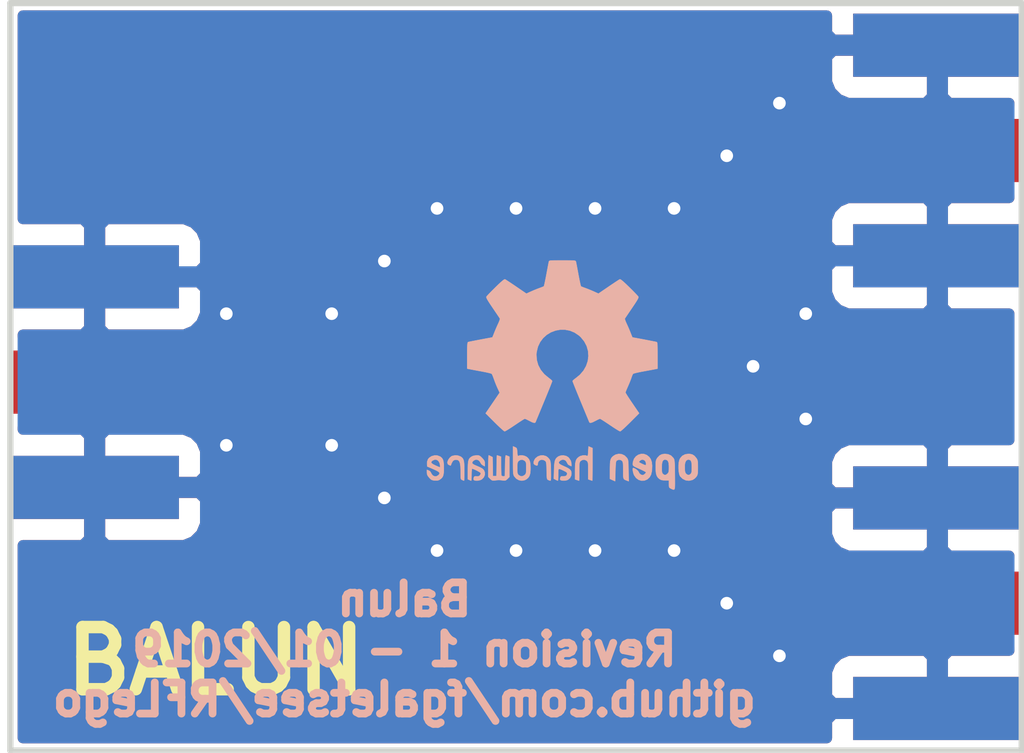
<source format=kicad_pcb>
(kicad_pcb (version 20171130) (host pcbnew "(5.0.1-3-g963ef8bb5)")

  (general
    (thickness 1.6)
    (drawings 6)
    (tracks 31)
    (zones 0)
    (modules 5)
    (nets 5)
  )

  (page A4)
  (layers
    (0 F.Cu signal)
    (31 B.Cu signal)
    (32 B.Adhes user)
    (33 F.Adhes user)
    (34 B.Paste user)
    (35 F.Paste user)
    (36 B.SilkS user)
    (37 F.SilkS user)
    (38 B.Mask user)
    (39 F.Mask user)
    (40 Dwgs.User user)
    (41 Cmts.User user)
    (42 Eco1.User user)
    (43 Eco2.User user)
    (44 Edge.Cuts user)
    (45 Margin user)
    (46 B.CrtYd user)
    (47 F.CrtYd user)
    (48 B.Fab user)
    (49 F.Fab user)
  )

  (setup
    (last_trace_width 0.2032)
    (user_trace_width 0.2032)
    (user_trace_width 0.4064)
    (user_trace_width 0.8128)
    (trace_clearance 0.2032)
    (zone_clearance 0.1)
    (zone_45_only no)
    (trace_min 0.2032)
    (segment_width 0.2)
    (edge_width 0.15)
    (via_size 0.6096)
    (via_drill 0.3048)
    (via_min_size 0.6096)
    (via_min_drill 0.3048)
    (uvia_size 0.3)
    (uvia_drill 0.1)
    (uvias_allowed no)
    (uvia_min_size 0.2)
    (uvia_min_drill 0.1)
    (pcb_text_width 0.3)
    (pcb_text_size 1.5 1.5)
    (mod_edge_width 0.15)
    (mod_text_size 1 1)
    (mod_text_width 0.15)
    (pad_size 1.524 1.524)
    (pad_drill 0.762)
    (pad_to_mask_clearance 0.051)
    (solder_mask_min_width 0.25)
    (aux_axis_origin 67.818 164.846)
    (grid_origin 67.818 164.846)
    (visible_elements FFFFFF7F)
    (pcbplotparams
      (layerselection 0x010fc_ffffffff)
      (usegerberextensions false)
      (usegerberattributes false)
      (usegerberadvancedattributes false)
      (creategerberjobfile false)
      (excludeedgelayer true)
      (linewidth 0.100000)
      (plotframeref false)
      (viasonmask false)
      (mode 1)
      (useauxorigin false)
      (hpglpennumber 1)
      (hpglpenspeed 20)
      (hpglpendiameter 15.000000)
      (psnegative false)
      (psa4output false)
      (plotreference true)
      (plotvalue true)
      (plotinvisibletext false)
      (padsonsilk false)
      (subtractmaskfromsilk false)
      (outputformat 1)
      (mirror false)
      (drillshape 1)
      (scaleselection 1)
      (outputdirectory ""))
  )

  (net 0 "")
  (net 1 "Net-(J1-Pad1)")
  (net 2 GND)
  (net 3 /out_N)
  (net 4 /out_Px)

  (net_class Default "This is the default net class."
    (clearance 0.2032)
    (trace_width 0.2032)
    (via_dia 0.6096)
    (via_drill 0.3048)
    (uvia_dia 0.3)
    (uvia_drill 0.1)
    (diff_pair_gap 0.2032)
    (diff_pair_width 0.2032)
    (add_net /out_N)
    (add_net /out_Px)
    (add_net GND)
    (add_net "Net-(J1-Pad1)")
  )

  (net_class 50Ohm ""
    (clearance 0.37)
    (trace_width 1.8)
    (via_dia 0.6096)
    (via_drill 0.3048)
    (uvia_dia 0.3)
    (uvia_drill 0.1)
    (diff_pair_gap 0.2032)
    (diff_pair_width 0.2032)
  )

  (module RFLego_Footprint:SMA_Edge (layer F.Cu) (tedit 5C45ED62) (tstamp 5C45EF67)
    (at 67.818 155.956)
    (path /5C45E675)
    (fp_text reference J1 (at 2.1336 4.6482) (layer F.SilkS) hide
      (effects (font (size 1 1) (thickness 0.15) italic))
    )
    (fp_text value SMA (at 1.27 6.35) (layer F.Fab) hide
      (effects (font (size 1 1) (thickness 0.15)))
    )
    (pad 1 smd rect (at 2.032 0) (size 4.064 1.524) (layers F.Cu F.Mask)
      (net 1 "Net-(J1-Pad1)"))
    (pad 2 smd rect (at 2.032 -2.54) (size 4.064 1.524) (layers F.Cu F.Mask)
      (net 2 GND))
    (pad 2 smd rect (at 2.032 2.54) (size 4.064 1.524) (layers B.Cu B.Mask)
      (net 2 GND))
    (pad 2 smd rect (at 2.032 -2.54) (size 4.064 1.524) (layers B.Cu B.Mask)
      (net 2 GND))
    (pad 2 smd rect (at 2.032 2.54) (size 4.064 1.524) (layers F.Cu F.Mask)
      (net 2 GND))
  )

  (module RFLego_Footprint:SMA_Edge (layer F.Cu) (tedit 5C45ED5B) (tstamp 5C45EF70)
    (at 88.138 150.368)
    (path /5C45E6B3)
    (fp_text reference J2 (at 2.1336 4.6482) (layer F.SilkS) hide
      (effects (font (size 1 1) (thickness 0.15)))
    )
    (fp_text value SMA (at 1.27 6.35) (layer F.Fab) hide
      (effects (font (size 1 1) (thickness 0.15)))
    )
    (pad 2 smd rect (at 2.032 2.54) (size 4.064 1.524) (layers F.Cu F.Mask)
      (net 2 GND))
    (pad 2 smd rect (at 2.032 -2.54) (size 4.064 1.524) (layers B.Cu B.Mask)
      (net 2 GND))
    (pad 2 smd rect (at 2.032 2.54) (size 4.064 1.524) (layers B.Cu B.Mask)
      (net 2 GND))
    (pad 2 smd rect (at 2.032 -2.54) (size 4.064 1.524) (layers F.Cu F.Mask)
      (net 2 GND))
    (pad 1 smd rect (at 2.032 0) (size 4.064 1.524) (layers F.Cu F.Mask)
      (net 4 /out_Px))
  )

  (module RFLego_Footprint:SMA_Edge (layer F.Cu) (tedit 5C45ED5F) (tstamp 5C45EF79)
    (at 88.138 161.29)
    (path /5C462377)
    (fp_text reference J3 (at 2.1336 4.6482) (layer F.SilkS) hide
      (effects (font (size 1 1) (thickness 0.15)))
    )
    (fp_text value SMA (at 1.27 6.35) (layer F.Fab) hide
      (effects (font (size 1 1) (thickness 0.15)))
    )
    (pad 1 smd rect (at 2.032 0) (size 4.064 1.524) (layers F.Cu F.Mask)
      (net 3 /out_N))
    (pad 2 smd rect (at 2.032 -2.54) (size 4.064 1.524) (layers F.Cu F.Mask)
      (net 2 GND))
    (pad 2 smd rect (at 2.032 2.54) (size 4.064 1.524) (layers B.Cu B.Mask)
      (net 2 GND))
    (pad 2 smd rect (at 2.032 -2.54) (size 4.064 1.524) (layers B.Cu B.Mask)
      (net 2 GND))
    (pad 2 smd rect (at 2.032 2.54) (size 4.064 1.524) (layers F.Cu F.Mask)
      (net 2 GND))
  )

  (module RFLego_Footprint:Coilcraft_WBC_HandSolder (layer F.Cu) (tedit 5C45ED6A) (tstamp 5C45EF83)
    (at 82.677 154.178 270)
    (path /5C4622DD)
    (fp_text reference U1 (at -1.778 1.651) (layer F.SilkS) hide
      (effects (font (size 1 1) (thickness 0.15) italic))
    )
    (fp_text value T (at -1.778 4.699 270) (layer F.Fab) hide
      (effects (font (size 1 1) (thickness 0.15)))
    )
    (pad 1 smd rect (at 0 -0.127 270) (size 0.762 1.524) (layers F.Cu F.Paste F.Mask)
      (net 4 /out_Px))
    (pad 2 smd rect (at 1.524 -0.127 270) (size 0.762 1.524) (layers F.Cu F.Paste F.Mask)
      (net 2 GND))
    (pad 3 smd rect (at 3.048 -0.127 270) (size 0.762 1.524) (layers F.Cu F.Paste F.Mask)
      (net 3 /out_N))
    (pad 4 smd rect (at 3.048 3.175 270) (size 0.762 1.524) (layers F.Cu F.Paste F.Mask)
      (net 2 GND))
    (pad 5 smd rect (at 1.524 3.175 270) (size 0.762 1.524) (layers F.Cu F.Paste F.Mask))
    (pad 6 smd rect (at 0 3.175 270) (size 0.762 1.524) (layers F.Cu F.Paste F.Mask)
      (net 1 "Net-(J1-Pad1)"))
  )

  (module Symbol:OSHW-Logo2_7.3x6mm_SilkScreen (layer B.Cu) (tedit 0) (tstamp 5C460DA2)
    (at 81.1276 155.7782 180)
    (descr "Open Source Hardware Symbol")
    (tags "Logo Symbol OSHW")
    (attr virtual)
    (fp_text reference REF** (at 0 0 180) (layer B.SilkS) hide
      (effects (font (size 1 1) (thickness 0.15)) (justify mirror))
    )
    (fp_text value OSHW-Logo2_7.3x6mm_SilkScreen (at 0.75 0 180) (layer B.Fab) hide
      (effects (font (size 1 1) (thickness 0.15)) (justify mirror))
    )
    (fp_poly (pts (xy 0.10391 2.757652) (xy 0.182454 2.757222) (xy 0.239298 2.756058) (xy 0.278105 2.753793)
      (xy 0.302538 2.75006) (xy 0.316262 2.744494) (xy 0.32294 2.736727) (xy 0.326236 2.726395)
      (xy 0.326556 2.725057) (xy 0.331562 2.700921) (xy 0.340829 2.653299) (xy 0.353392 2.587259)
      (xy 0.368287 2.507872) (xy 0.384551 2.420204) (xy 0.385119 2.417125) (xy 0.40141 2.331211)
      (xy 0.416652 2.255304) (xy 0.429861 2.193955) (xy 0.440054 2.151718) (xy 0.446248 2.133145)
      (xy 0.446543 2.132816) (xy 0.464788 2.123747) (xy 0.502405 2.108633) (xy 0.551271 2.090738)
      (xy 0.551543 2.090642) (xy 0.613093 2.067507) (xy 0.685657 2.038035) (xy 0.754057 2.008403)
      (xy 0.757294 2.006938) (xy 0.868702 1.956374) (xy 1.115399 2.12484) (xy 1.191077 2.176197)
      (xy 1.259631 2.222111) (xy 1.317088 2.25997) (xy 1.359476 2.287163) (xy 1.382825 2.301079)
      (xy 1.385042 2.302111) (xy 1.40201 2.297516) (xy 1.433701 2.275345) (xy 1.481352 2.234553)
      (xy 1.546198 2.174095) (xy 1.612397 2.109773) (xy 1.676214 2.046388) (xy 1.733329 1.988549)
      (xy 1.780305 1.939825) (xy 1.813703 1.90379) (xy 1.830085 1.884016) (xy 1.830694 1.882998)
      (xy 1.832505 1.869428) (xy 1.825683 1.847267) (xy 1.80854 1.813522) (xy 1.779393 1.7652)
      (xy 1.736555 1.699308) (xy 1.679448 1.614483) (xy 1.628766 1.539823) (xy 1.583461 1.47286)
      (xy 1.54615 1.417484) (xy 1.519452 1.37758) (xy 1.505985 1.357038) (xy 1.505137 1.355644)
      (xy 1.506781 1.335962) (xy 1.519245 1.297707) (xy 1.540048 1.248111) (xy 1.547462 1.232272)
      (xy 1.579814 1.16171) (xy 1.614328 1.081647) (xy 1.642365 1.012371) (xy 1.662568 0.960955)
      (xy 1.678615 0.921881) (xy 1.687888 0.901459) (xy 1.689041 0.899886) (xy 1.706096 0.897279)
      (xy 1.746298 0.890137) (xy 1.804302 0.879477) (xy 1.874763 0.866315) (xy 1.952335 0.851667)
      (xy 2.031672 0.836551) (xy 2.107431 0.821982) (xy 2.174264 0.808978) (xy 2.226828 0.798555)
      (xy 2.259776 0.79173) (xy 2.267857 0.789801) (xy 2.276205 0.785038) (xy 2.282506 0.774282)
      (xy 2.287045 0.753902) (xy 2.290104 0.720266) (xy 2.291967 0.669745) (xy 2.292918 0.598708)
      (xy 2.29324 0.503524) (xy 2.293257 0.464508) (xy 2.293257 0.147201) (xy 2.217057 0.132161)
      (xy 2.174663 0.124005) (xy 2.1114 0.112101) (xy 2.034962 0.097884) (xy 1.953043 0.08279)
      (xy 1.9304 0.078645) (xy 1.854806 0.063947) (xy 1.788953 0.049495) (xy 1.738366 0.036625)
      (xy 1.708574 0.026678) (xy 1.703612 0.023713) (xy 1.691426 0.002717) (xy 1.673953 -0.037967)
      (xy 1.654577 -0.090322) (xy 1.650734 -0.1016) (xy 1.625339 -0.171523) (xy 1.593817 -0.250418)
      (xy 1.562969 -0.321266) (xy 1.562817 -0.321595) (xy 1.511447 -0.432733) (xy 1.680399 -0.681253)
      (xy 1.849352 -0.929772) (xy 1.632429 -1.147058) (xy 1.566819 -1.211726) (xy 1.506979 -1.268733)
      (xy 1.456267 -1.315033) (xy 1.418046 -1.347584) (xy 1.395675 -1.363343) (xy 1.392466 -1.364343)
      (xy 1.373626 -1.356469) (xy 1.33518 -1.334578) (xy 1.28133 -1.301267) (xy 1.216276 -1.259131)
      (xy 1.14594 -1.211943) (xy 1.074555 -1.16381) (xy 1.010908 -1.121928) (xy 0.959041 -1.088871)
      (xy 0.922995 -1.067218) (xy 0.906867 -1.059543) (xy 0.887189 -1.066037) (xy 0.849875 -1.08315)
      (xy 0.802621 -1.107326) (xy 0.797612 -1.110013) (xy 0.733977 -1.141927) (xy 0.690341 -1.157579)
      (xy 0.663202 -1.157745) (xy 0.649057 -1.143204) (xy 0.648975 -1.143) (xy 0.641905 -1.125779)
      (xy 0.625042 -1.084899) (xy 0.599695 -1.023525) (xy 0.567171 -0.944819) (xy 0.528778 -0.851947)
      (xy 0.485822 -0.748072) (xy 0.444222 -0.647502) (xy 0.398504 -0.536516) (xy 0.356526 -0.433703)
      (xy 0.319548 -0.342215) (xy 0.288827 -0.265201) (xy 0.265622 -0.205815) (xy 0.25119 -0.167209)
      (xy 0.246743 -0.1528) (xy 0.257896 -0.136272) (xy 0.287069 -0.10993) (xy 0.325971 -0.080887)
      (xy 0.436757 0.010961) (xy 0.523351 0.116241) (xy 0.584716 0.232734) (xy 0.619815 0.358224)
      (xy 0.627608 0.490493) (xy 0.621943 0.551543) (xy 0.591078 0.678205) (xy 0.53792 0.790059)
      (xy 0.465767 0.885999) (xy 0.377917 0.964924) (xy 0.277665 1.02573) (xy 0.16831 1.067313)
      (xy 0.053147 1.088572) (xy -0.064525 1.088401) (xy -0.18141 1.065699) (xy -0.294211 1.019362)
      (xy -0.399631 0.948287) (xy -0.443632 0.908089) (xy -0.528021 0.804871) (xy -0.586778 0.692075)
      (xy -0.620296 0.57299) (xy -0.628965 0.450905) (xy -0.613177 0.329107) (xy -0.573322 0.210884)
      (xy -0.509793 0.099525) (xy -0.422979 -0.001684) (xy -0.325971 -0.080887) (xy -0.285563 -0.111162)
      (xy -0.257018 -0.137219) (xy -0.246743 -0.152825) (xy -0.252123 -0.169843) (xy -0.267425 -0.2105)
      (xy -0.291388 -0.271642) (xy -0.322756 -0.350119) (xy -0.360268 -0.44278) (xy -0.402667 -0.546472)
      (xy -0.444337 -0.647526) (xy -0.49031 -0.758607) (xy -0.532893 -0.861541) (xy -0.570779 -0.953165)
      (xy -0.60266 -1.030316) (xy -0.627229 -1.089831) (xy -0.64318 -1.128544) (xy -0.64909 -1.143)
      (xy -0.663052 -1.157685) (xy -0.69006 -1.157642) (xy -0.733587 -1.142099) (xy -0.79711 -1.110284)
      (xy -0.797612 -1.110013) (xy -0.84544 -1.085323) (xy -0.884103 -1.067338) (xy -0.905905 -1.059614)
      (xy -0.906867 -1.059543) (xy -0.923279 -1.067378) (xy -0.959513 -1.089165) (xy -1.011526 -1.122328)
      (xy -1.075275 -1.164291) (xy -1.14594 -1.211943) (xy -1.217884 -1.260191) (xy -1.282726 -1.302151)
      (xy -1.336265 -1.335227) (xy -1.374303 -1.356821) (xy -1.392467 -1.364343) (xy -1.409192 -1.354457)
      (xy -1.44282 -1.326826) (xy -1.48999 -1.284495) (xy -1.547342 -1.230505) (xy -1.611516 -1.167899)
      (xy -1.632503 -1.146983) (xy -1.849501 -0.929623) (xy -1.684332 -0.68722) (xy -1.634136 -0.612781)
      (xy -1.590081 -0.545972) (xy -1.554638 -0.490665) (xy -1.530281 -0.450729) (xy -1.519478 -0.430036)
      (xy -1.519162 -0.428563) (xy -1.524857 -0.409058) (xy -1.540174 -0.369822) (xy -1.562463 -0.31743)
      (xy -1.578107 -0.282355) (xy -1.607359 -0.215201) (xy -1.634906 -0.147358) (xy -1.656263 -0.090034)
      (xy -1.662065 -0.072572) (xy -1.678548 -0.025938) (xy -1.69466 0.010095) (xy -1.70351 0.023713)
      (xy -1.72304 0.032048) (xy -1.765666 0.043863) (xy -1.825855 0.057819) (xy -1.898078 0.072578)
      (xy -1.9304 0.078645) (xy -2.012478 0.093727) (xy -2.091205 0.108331) (xy -2.158891 0.12102)
      (xy -2.20784 0.130358) (xy -2.217057 0.132161) (xy -2.293257 0.147201) (xy -2.293257 0.464508)
      (xy -2.293086 0.568846) (xy -2.292384 0.647787) (xy -2.290866 0.704962) (xy -2.288251 0.744001)
      (xy -2.284254 0.768535) (xy -2.278591 0.782195) (xy -2.27098 0.788611) (xy -2.267857 0.789801)
      (xy -2.249022 0.79402) (xy -2.207412 0.802438) (xy -2.14837 0.814039) (xy -2.077243 0.827805)
      (xy -1.999375 0.84272) (xy -1.920113 0.857768) (xy -1.844802 0.871931) (xy -1.778787 0.884194)
      (xy -1.727413 0.893539) (xy -1.696025 0.89895) (xy -1.689041 0.899886) (xy -1.682715 0.912404)
      (xy -1.66871 0.945754) (xy -1.649645 0.993623) (xy -1.642366 1.012371) (xy -1.613004 1.084805)
      (xy -1.578429 1.16483) (xy -1.547463 1.232272) (xy -1.524677 1.283841) (xy -1.509518 1.326215)
      (xy -1.504458 1.352166) (xy -1.505264 1.355644) (xy -1.515959 1.372064) (xy -1.54038 1.408583)
      (xy -1.575905 1.461313) (xy -1.619913 1.526365) (xy -1.669783 1.599849) (xy -1.679644 1.614355)
      (xy -1.737508 1.700296) (xy -1.780044 1.765739) (xy -1.808946 1.813696) (xy -1.82591 1.84718)
      (xy -1.832633 1.869205) (xy -1.83081 1.882783) (xy -1.830764 1.882869) (xy -1.816414 1.900703)
      (xy -1.784677 1.935183) (xy -1.73899 1.982732) (xy -1.682796 2.039778) (xy -1.619532 2.102745)
      (xy -1.612398 2.109773) (xy -1.53267 2.18698) (xy -1.471143 2.24367) (xy -1.426579 2.28089)
      (xy -1.397743 2.299685) (xy -1.385042 2.302111) (xy -1.366506 2.291529) (xy -1.328039 2.267084)
      (xy -1.273614 2.231388) (xy -1.207202 2.187053) (xy -1.132775 2.136689) (xy -1.115399 2.12484)
      (xy -0.868703 1.956374) (xy -0.757294 2.006938) (xy -0.689543 2.036405) (xy -0.616817 2.066041)
      (xy -0.554297 2.08967) (xy -0.551543 2.090642) (xy -0.50264 2.108543) (xy -0.464943 2.12368)
      (xy -0.446575 2.13279) (xy -0.446544 2.132816) (xy -0.440715 2.149283) (xy -0.430808 2.189781)
      (xy -0.417805 2.249758) (xy -0.402691 2.32466) (xy -0.386448 2.409936) (xy -0.385119 2.417125)
      (xy -0.368825 2.504986) (xy -0.353867 2.58474) (xy -0.341209 2.651319) (xy -0.331814 2.699653)
      (xy -0.326646 2.724675) (xy -0.326556 2.725057) (xy -0.323411 2.735701) (xy -0.317296 2.743738)
      (xy -0.304547 2.749533) (xy -0.2815 2.753453) (xy -0.244491 2.755865) (xy -0.189856 2.757135)
      (xy -0.113933 2.757629) (xy -0.013056 2.757714) (xy 0 2.757714) (xy 0.10391 2.757652)) (layer B.SilkS) (width 0.01))
    (fp_poly (pts (xy 3.153595 -1.966966) (xy 3.211021 -2.004497) (xy 3.238719 -2.038096) (xy 3.260662 -2.099064)
      (xy 3.262405 -2.147308) (xy 3.258457 -2.211816) (xy 3.109686 -2.276934) (xy 3.037349 -2.310202)
      (xy 2.990084 -2.336964) (xy 2.965507 -2.360144) (xy 2.961237 -2.382667) (xy 2.974889 -2.407455)
      (xy 2.989943 -2.423886) (xy 3.033746 -2.450235) (xy 3.081389 -2.452081) (xy 3.125145 -2.431546)
      (xy 3.157289 -2.390752) (xy 3.163038 -2.376347) (xy 3.190576 -2.331356) (xy 3.222258 -2.312182)
      (xy 3.265714 -2.295779) (xy 3.265714 -2.357966) (xy 3.261872 -2.400283) (xy 3.246823 -2.435969)
      (xy 3.21528 -2.476943) (xy 3.210592 -2.482267) (xy 3.175506 -2.51872) (xy 3.145347 -2.538283)
      (xy 3.107615 -2.547283) (xy 3.076335 -2.55023) (xy 3.020385 -2.550965) (xy 2.980555 -2.54166)
      (xy 2.955708 -2.527846) (xy 2.916656 -2.497467) (xy 2.889625 -2.464613) (xy 2.872517 -2.423294)
      (xy 2.863238 -2.367521) (xy 2.859693 -2.291305) (xy 2.85941 -2.252622) (xy 2.860372 -2.206247)
      (xy 2.948007 -2.206247) (xy 2.949023 -2.231126) (xy 2.951556 -2.2352) (xy 2.968274 -2.229665)
      (xy 3.004249 -2.215017) (xy 3.052331 -2.19419) (xy 3.062386 -2.189714) (xy 3.123152 -2.158814)
      (xy 3.156632 -2.131657) (xy 3.16399 -2.10622) (xy 3.146391 -2.080481) (xy 3.131856 -2.069109)
      (xy 3.07941 -2.046364) (xy 3.030322 -2.050122) (xy 2.989227 -2.077884) (xy 2.960758 -2.127152)
      (xy 2.951631 -2.166257) (xy 2.948007 -2.206247) (xy 2.860372 -2.206247) (xy 2.861285 -2.162249)
      (xy 2.868196 -2.095384) (xy 2.881884 -2.046695) (xy 2.904096 -2.010849) (xy 2.936574 -1.982513)
      (xy 2.950733 -1.973355) (xy 3.015053 -1.949507) (xy 3.085473 -1.948006) (xy 3.153595 -1.966966)) (layer B.SilkS) (width 0.01))
    (fp_poly (pts (xy 2.6526 -1.958752) (xy 2.669948 -1.966334) (xy 2.711356 -1.999128) (xy 2.746765 -2.046547)
      (xy 2.768664 -2.097151) (xy 2.772229 -2.122098) (xy 2.760279 -2.156927) (xy 2.734067 -2.175357)
      (xy 2.705964 -2.186516) (xy 2.693095 -2.188572) (xy 2.686829 -2.173649) (xy 2.674456 -2.141175)
      (xy 2.669028 -2.126502) (xy 2.63859 -2.075744) (xy 2.59452 -2.050427) (xy 2.53801 -2.051206)
      (xy 2.533825 -2.052203) (xy 2.503655 -2.066507) (xy 2.481476 -2.094393) (xy 2.466327 -2.139287)
      (xy 2.45725 -2.204615) (xy 2.453286 -2.293804) (xy 2.452914 -2.341261) (xy 2.45273 -2.416071)
      (xy 2.451522 -2.467069) (xy 2.448309 -2.499471) (xy 2.442109 -2.518495) (xy 2.43194 -2.529356)
      (xy 2.416819 -2.537272) (xy 2.415946 -2.53767) (xy 2.386828 -2.549981) (xy 2.372403 -2.554514)
      (xy 2.370186 -2.540809) (xy 2.368289 -2.502925) (xy 2.366847 -2.445715) (xy 2.365998 -2.374027)
      (xy 2.365829 -2.321565) (xy 2.366692 -2.220047) (xy 2.37007 -2.143032) (xy 2.377142 -2.086023)
      (xy 2.389088 -2.044526) (xy 2.40709 -2.014043) (xy 2.432327 -1.99008) (xy 2.457247 -1.973355)
      (xy 2.517171 -1.951097) (xy 2.586911 -1.946076) (xy 2.6526 -1.958752)) (layer B.SilkS) (width 0.01))
    (fp_poly (pts (xy 2.144876 -1.956335) (xy 2.186667 -1.975344) (xy 2.219469 -1.998378) (xy 2.243503 -2.024133)
      (xy 2.260097 -2.057358) (xy 2.270577 -2.1028) (xy 2.276271 -2.165207) (xy 2.278507 -2.249327)
      (xy 2.278743 -2.304721) (xy 2.278743 -2.520826) (xy 2.241774 -2.53767) (xy 2.212656 -2.549981)
      (xy 2.198231 -2.554514) (xy 2.195472 -2.541025) (xy 2.193282 -2.504653) (xy 2.191942 -2.451542)
      (xy 2.191657 -2.409372) (xy 2.190434 -2.348447) (xy 2.187136 -2.300115) (xy 2.182321 -2.270518)
      (xy 2.178496 -2.264229) (xy 2.152783 -2.270652) (xy 2.112418 -2.287125) (xy 2.065679 -2.309458)
      (xy 2.020845 -2.333457) (xy 1.986193 -2.35493) (xy 1.970002 -2.369685) (xy 1.969938 -2.369845)
      (xy 1.97133 -2.397152) (xy 1.983818 -2.423219) (xy 2.005743 -2.444392) (xy 2.037743 -2.451474)
      (xy 2.065092 -2.450649) (xy 2.103826 -2.450042) (xy 2.124158 -2.459116) (xy 2.136369 -2.483092)
      (xy 2.137909 -2.487613) (xy 2.143203 -2.521806) (xy 2.129047 -2.542568) (xy 2.092148 -2.552462)
      (xy 2.052289 -2.554292) (xy 1.980562 -2.540727) (xy 1.943432 -2.521355) (xy 1.897576 -2.475845)
      (xy 1.873256 -2.419983) (xy 1.871073 -2.360957) (xy 1.891629 -2.305953) (xy 1.922549 -2.271486)
      (xy 1.95342 -2.252189) (xy 2.001942 -2.227759) (xy 2.058485 -2.202985) (xy 2.06791 -2.199199)
      (xy 2.130019 -2.171791) (xy 2.165822 -2.147634) (xy 2.177337 -2.123619) (xy 2.16658 -2.096635)
      (xy 2.148114 -2.075543) (xy 2.104469 -2.049572) (xy 2.056446 -2.047624) (xy 2.012406 -2.067637)
      (xy 1.980709 -2.107551) (xy 1.976549 -2.117848) (xy 1.952327 -2.155724) (xy 1.916965 -2.183842)
      (xy 1.872343 -2.206917) (xy 1.872343 -2.141485) (xy 1.874969 -2.101506) (xy 1.88623 -2.069997)
      (xy 1.911199 -2.036378) (xy 1.935169 -2.010484) (xy 1.972441 -1.973817) (xy 2.001401 -1.954121)
      (xy 2.032505 -1.94622) (xy 2.067713 -1.944914) (xy 2.144876 -1.956335)) (layer B.SilkS) (width 0.01))
    (fp_poly (pts (xy 1.779833 -1.958663) (xy 1.782048 -1.99685) (xy 1.783784 -2.054886) (xy 1.784899 -2.12818)
      (xy 1.785257 -2.205055) (xy 1.785257 -2.465196) (xy 1.739326 -2.511127) (xy 1.707675 -2.539429)
      (xy 1.67989 -2.550893) (xy 1.641915 -2.550168) (xy 1.62684 -2.548321) (xy 1.579726 -2.542948)
      (xy 1.540756 -2.539869) (xy 1.531257 -2.539585) (xy 1.499233 -2.541445) (xy 1.453432 -2.546114)
      (xy 1.435674 -2.548321) (xy 1.392057 -2.551735) (xy 1.362745 -2.54432) (xy 1.33368 -2.521427)
      (xy 1.323188 -2.511127) (xy 1.277257 -2.465196) (xy 1.277257 -1.978602) (xy 1.314226 -1.961758)
      (xy 1.346059 -1.949282) (xy 1.364683 -1.944914) (xy 1.369458 -1.958718) (xy 1.373921 -1.997286)
      (xy 1.377775 -2.056356) (xy 1.380722 -2.131663) (xy 1.382143 -2.195286) (xy 1.386114 -2.445657)
      (xy 1.420759 -2.450556) (xy 1.452268 -2.447131) (xy 1.467708 -2.436041) (xy 1.472023 -2.415308)
      (xy 1.475708 -2.371145) (xy 1.478469 -2.309146) (xy 1.480012 -2.234909) (xy 1.480235 -2.196706)
      (xy 1.480457 -1.976783) (xy 1.526166 -1.960849) (xy 1.558518 -1.950015) (xy 1.576115 -1.944962)
      (xy 1.576623 -1.944914) (xy 1.578388 -1.958648) (xy 1.580329 -1.99673) (xy 1.582282 -2.054482)
      (xy 1.584084 -2.127227) (xy 1.585343 -2.195286) (xy 1.589314 -2.445657) (xy 1.6764 -2.445657)
      (xy 1.680396 -2.21724) (xy 1.684392 -1.988822) (xy 1.726847 -1.966868) (xy 1.758192 -1.951793)
      (xy 1.776744 -1.944951) (xy 1.777279 -1.944914) (xy 1.779833 -1.958663)) (layer B.SilkS) (width 0.01))
    (fp_poly (pts (xy 1.190117 -2.065358) (xy 1.189933 -2.173837) (xy 1.189219 -2.257287) (xy 1.187675 -2.319704)
      (xy 1.185001 -2.365085) (xy 1.180894 -2.397429) (xy 1.175055 -2.420733) (xy 1.167182 -2.438995)
      (xy 1.161221 -2.449418) (xy 1.111855 -2.505945) (xy 1.049264 -2.541377) (xy 0.980013 -2.55409)
      (xy 0.910668 -2.542463) (xy 0.869375 -2.521568) (xy 0.826025 -2.485422) (xy 0.796481 -2.441276)
      (xy 0.778655 -2.383462) (xy 0.770463 -2.306313) (xy 0.769302 -2.249714) (xy 0.769458 -2.245647)
      (xy 0.870857 -2.245647) (xy 0.871476 -2.31055) (xy 0.874314 -2.353514) (xy 0.88084 -2.381622)
      (xy 0.892523 -2.401953) (xy 0.906483 -2.417288) (xy 0.953365 -2.44689) (xy 1.003701 -2.449419)
      (xy 1.051276 -2.424705) (xy 1.054979 -2.421356) (xy 1.070783 -2.403935) (xy 1.080693 -2.383209)
      (xy 1.086058 -2.352362) (xy 1.088228 -2.304577) (xy 1.088571 -2.251748) (xy 1.087827 -2.185381)
      (xy 1.084748 -2.141106) (xy 1.078061 -2.112009) (xy 1.066496 -2.091173) (xy 1.057013 -2.080107)
      (xy 1.01296 -2.052198) (xy 0.962224 -2.048843) (xy 0.913796 -2.070159) (xy 0.90445 -2.078073)
      (xy 0.88854 -2.095647) (xy 0.87861 -2.116587) (xy 0.873278 -2.147782) (xy 0.871163 -2.196122)
      (xy 0.870857 -2.245647) (xy 0.769458 -2.245647) (xy 0.77281 -2.158568) (xy 0.784726 -2.090086)
      (xy 0.807135 -2.0386) (xy 0.842124 -1.998443) (xy 0.869375 -1.977861) (xy 0.918907 -1.955625)
      (xy 0.976316 -1.945304) (xy 1.029682 -1.948067) (xy 1.059543 -1.959212) (xy 1.071261 -1.962383)
      (xy 1.079037 -1.950557) (xy 1.084465 -1.918866) (xy 1.088571 -1.870593) (xy 1.093067 -1.816829)
      (xy 1.099313 -1.784482) (xy 1.110676 -1.765985) (xy 1.130528 -1.75377) (xy 1.143 -1.748362)
      (xy 1.190171 -1.728601) (xy 1.190117 -2.065358)) (layer B.SilkS) (width 0.01))
    (fp_poly (pts (xy 0.529926 -1.949755) (xy 0.595858 -1.974084) (xy 0.649273 -2.017117) (xy 0.670164 -2.047409)
      (xy 0.692939 -2.102994) (xy 0.692466 -2.143186) (xy 0.668562 -2.170217) (xy 0.659717 -2.174813)
      (xy 0.62153 -2.189144) (xy 0.602028 -2.185472) (xy 0.595422 -2.161407) (xy 0.595086 -2.148114)
      (xy 0.582992 -2.09921) (xy 0.551471 -2.064999) (xy 0.507659 -2.048476) (xy 0.458695 -2.052634)
      (xy 0.418894 -2.074227) (xy 0.40545 -2.086544) (xy 0.395921 -2.101487) (xy 0.389485 -2.124075)
      (xy 0.385317 -2.159328) (xy 0.382597 -2.212266) (xy 0.380502 -2.287907) (xy 0.37996 -2.311857)
      (xy 0.377981 -2.39379) (xy 0.375731 -2.451455) (xy 0.372357 -2.489608) (xy 0.367006 -2.513004)
      (xy 0.358824 -2.526398) (xy 0.346959 -2.534545) (xy 0.339362 -2.538144) (xy 0.307102 -2.550452)
      (xy 0.288111 -2.554514) (xy 0.281836 -2.540948) (xy 0.278006 -2.499934) (xy 0.2766 -2.430999)
      (xy 0.277598 -2.333669) (xy 0.277908 -2.318657) (xy 0.280101 -2.229859) (xy 0.282693 -2.165019)
      (xy 0.286382 -2.119067) (xy 0.291864 -2.086935) (xy 0.299835 -2.063553) (xy 0.310993 -2.043852)
      (xy 0.31683 -2.03541) (xy 0.350296 -1.998057) (xy 0.387727 -1.969003) (xy 0.392309 -1.966467)
      (xy 0.459426 -1.946443) (xy 0.529926 -1.949755)) (layer B.SilkS) (width 0.01))
    (fp_poly (pts (xy 0.039744 -1.950968) (xy 0.096616 -1.972087) (xy 0.097267 -1.972493) (xy 0.13244 -1.99838)
      (xy 0.158407 -2.028633) (xy 0.17667 -2.068058) (xy 0.188732 -2.121462) (xy 0.196096 -2.193651)
      (xy 0.200264 -2.289432) (xy 0.200629 -2.303078) (xy 0.205876 -2.508842) (xy 0.161716 -2.531678)
      (xy 0.129763 -2.54711) (xy 0.11047 -2.554423) (xy 0.109578 -2.554514) (xy 0.106239 -2.541022)
      (xy 0.103587 -2.504626) (xy 0.101956 -2.451452) (xy 0.1016 -2.408393) (xy 0.101592 -2.338641)
      (xy 0.098403 -2.294837) (xy 0.087288 -2.273944) (xy 0.063501 -2.272925) (xy 0.022296 -2.288741)
      (xy -0.039914 -2.317815) (xy -0.085659 -2.341963) (xy -0.109187 -2.362913) (xy -0.116104 -2.385747)
      (xy -0.116114 -2.386877) (xy -0.104701 -2.426212) (xy -0.070908 -2.447462) (xy -0.019191 -2.450539)
      (xy 0.018061 -2.450006) (xy 0.037703 -2.460735) (xy 0.049952 -2.486505) (xy 0.057002 -2.519337)
      (xy 0.046842 -2.537966) (xy 0.043017 -2.540632) (xy 0.007001 -2.55134) (xy -0.043434 -2.552856)
      (xy -0.095374 -2.545759) (xy -0.132178 -2.532788) (xy -0.183062 -2.489585) (xy -0.211986 -2.429446)
      (xy -0.217714 -2.382462) (xy -0.213343 -2.340082) (xy -0.197525 -2.305488) (xy -0.166203 -2.274763)
      (xy -0.115322 -2.24399) (xy -0.040824 -2.209252) (xy -0.036286 -2.207288) (xy 0.030821 -2.176287)
      (xy 0.072232 -2.150862) (xy 0.089981 -2.128014) (xy 0.086107 -2.104745) (xy 0.062643 -2.078056)
      (xy 0.055627 -2.071914) (xy 0.00863 -2.0481) (xy -0.040067 -2.049103) (xy -0.082478 -2.072451)
      (xy -0.110616 -2.115675) (xy -0.113231 -2.12416) (xy -0.138692 -2.165308) (xy -0.170999 -2.185128)
      (xy -0.217714 -2.20477) (xy -0.217714 -2.15395) (xy -0.203504 -2.080082) (xy -0.161325 -2.012327)
      (xy -0.139376 -1.989661) (xy -0.089483 -1.960569) (xy -0.026033 -1.9474) (xy 0.039744 -1.950968)) (layer B.SilkS) (width 0.01))
    (fp_poly (pts (xy -0.624114 -1.851289) (xy -0.619861 -1.910613) (xy -0.614975 -1.945572) (xy -0.608205 -1.96082)
      (xy -0.598298 -1.961015) (xy -0.595086 -1.959195) (xy -0.552356 -1.946015) (xy -0.496773 -1.946785)
      (xy -0.440263 -1.960333) (xy -0.404918 -1.977861) (xy -0.368679 -2.005861) (xy -0.342187 -2.037549)
      (xy -0.324001 -2.077813) (xy -0.312678 -2.131543) (xy -0.306778 -2.203626) (xy -0.304857 -2.298951)
      (xy -0.304823 -2.317237) (xy -0.3048 -2.522646) (xy -0.350509 -2.53858) (xy -0.382973 -2.54942)
      (xy -0.400785 -2.554468) (xy -0.401309 -2.554514) (xy -0.403063 -2.540828) (xy -0.404556 -2.503076)
      (xy -0.405674 -2.446224) (xy -0.406303 -2.375234) (xy -0.4064 -2.332073) (xy -0.406602 -2.246973)
      (xy -0.407642 -2.185981) (xy -0.410169 -2.144177) (xy -0.414836 -2.116642) (xy -0.422293 -2.098456)
      (xy -0.433189 -2.084698) (xy -0.439993 -2.078073) (xy -0.486728 -2.051375) (xy -0.537728 -2.049375)
      (xy -0.583999 -2.071955) (xy -0.592556 -2.080107) (xy -0.605107 -2.095436) (xy -0.613812 -2.113618)
      (xy -0.619369 -2.139909) (xy -0.622474 -2.179562) (xy -0.623824 -2.237832) (xy -0.624114 -2.318173)
      (xy -0.624114 -2.522646) (xy -0.669823 -2.53858) (xy -0.702287 -2.54942) (xy -0.720099 -2.554468)
      (xy -0.720623 -2.554514) (xy -0.721963 -2.540623) (xy -0.723172 -2.501439) (xy -0.724199 -2.4407)
      (xy -0.724998 -2.362141) (xy -0.725519 -2.269498) (xy -0.725714 -2.166509) (xy -0.725714 -1.769342)
      (xy -0.678543 -1.749444) (xy -0.631371 -1.729547) (xy -0.624114 -1.851289)) (layer B.SilkS) (width 0.01))
    (fp_poly (pts (xy -1.831697 -1.931239) (xy -1.774473 -1.969735) (xy -1.730251 -2.025335) (xy -1.703833 -2.096086)
      (xy -1.69849 -2.148162) (xy -1.699097 -2.169893) (xy -1.704178 -2.186531) (xy -1.718145 -2.201437)
      (xy -1.745411 -2.217973) (xy -1.790388 -2.239498) (xy -1.857489 -2.269374) (xy -1.857829 -2.269524)
      (xy -1.919593 -2.297813) (xy -1.970241 -2.322933) (xy -2.004596 -2.342179) (xy -2.017482 -2.352848)
      (xy -2.017486 -2.352934) (xy -2.006128 -2.376166) (xy -1.979569 -2.401774) (xy -1.949077 -2.420221)
      (xy -1.93363 -2.423886) (xy -1.891485 -2.411212) (xy -1.855192 -2.379471) (xy -1.837483 -2.344572)
      (xy -1.820448 -2.318845) (xy -1.787078 -2.289546) (xy -1.747851 -2.264235) (xy -1.713244 -2.250471)
      (xy -1.706007 -2.249714) (xy -1.697861 -2.26216) (xy -1.69737 -2.293972) (xy -1.703357 -2.336866)
      (xy -1.714643 -2.382558) (xy -1.73005 -2.422761) (xy -1.730829 -2.424322) (xy -1.777196 -2.489062)
      (xy -1.837289 -2.533097) (xy -1.905535 -2.554711) (xy -1.976362 -2.552185) (xy -2.044196 -2.523804)
      (xy -2.047212 -2.521808) (xy -2.100573 -2.473448) (xy -2.13566 -2.410352) (xy -2.155078 -2.327387)
      (xy -2.157684 -2.304078) (xy -2.162299 -2.194055) (xy -2.156767 -2.142748) (xy -2.017486 -2.142748)
      (xy -2.015676 -2.174753) (xy -2.005778 -2.184093) (xy -1.981102 -2.177105) (xy -1.942205 -2.160587)
      (xy -1.898725 -2.139881) (xy -1.897644 -2.139333) (xy -1.860791 -2.119949) (xy -1.846 -2.107013)
      (xy -1.849647 -2.093451) (xy -1.865005 -2.075632) (xy -1.904077 -2.049845) (xy -1.946154 -2.04795)
      (xy -1.983897 -2.066717) (xy -2.009966 -2.102915) (xy -2.017486 -2.142748) (xy -2.156767 -2.142748)
      (xy -2.152806 -2.106027) (xy -2.12845 -2.036212) (xy -2.094544 -1.987302) (xy -2.033347 -1.937878)
      (xy -1.965937 -1.913359) (xy -1.89712 -1.911797) (xy -1.831697 -1.931239)) (layer B.SilkS) (width 0.01))
    (fp_poly (pts (xy -2.958885 -1.921962) (xy -2.890855 -1.957733) (xy -2.840649 -2.015301) (xy -2.822815 -2.052312)
      (xy -2.808937 -2.107882) (xy -2.801833 -2.178096) (xy -2.80116 -2.254727) (xy -2.806573 -2.329552)
      (xy -2.81773 -2.394342) (xy -2.834286 -2.440873) (xy -2.839374 -2.448887) (xy -2.899645 -2.508707)
      (xy -2.971231 -2.544535) (xy -3.048908 -2.55502) (xy -3.127452 -2.53881) (xy -3.149311 -2.529092)
      (xy -3.191878 -2.499143) (xy -3.229237 -2.459433) (xy -3.232768 -2.454397) (xy -3.247119 -2.430124)
      (xy -3.256606 -2.404178) (xy -3.26221 -2.370022) (xy -3.264914 -2.321119) (xy -3.265701 -2.250935)
      (xy -3.265714 -2.2352) (xy -3.265678 -2.230192) (xy -3.120571 -2.230192) (xy -3.119727 -2.29643)
      (xy -3.116404 -2.340386) (xy -3.109417 -2.368779) (xy -3.097584 -2.388325) (xy -3.091543 -2.394857)
      (xy -3.056814 -2.41968) (xy -3.023097 -2.418548) (xy -2.989005 -2.397016) (xy -2.968671 -2.374029)
      (xy -2.956629 -2.340478) (xy -2.949866 -2.287569) (xy -2.949402 -2.281399) (xy -2.948248 -2.185513)
      (xy -2.960312 -2.114299) (xy -2.98543 -2.068194) (xy -3.02344 -2.047635) (xy -3.037008 -2.046514)
      (xy -3.072636 -2.052152) (xy -3.097006 -2.071686) (xy -3.111907 -2.109042) (xy -3.119125 -2.16815)
      (xy -3.120571 -2.230192) (xy -3.265678 -2.230192) (xy -3.265174 -2.160413) (xy -3.262904 -2.108159)
      (xy -3.257932 -2.071949) (xy -3.249287 -2.045299) (xy -3.235995 -2.021722) (xy -3.233057 -2.017338)
      (xy -3.183687 -1.958249) (xy -3.129891 -1.923947) (xy -3.064398 -1.910331) (xy -3.042158 -1.909665)
      (xy -2.958885 -1.921962)) (layer B.SilkS) (width 0.01))
    (fp_poly (pts (xy -1.283907 -1.92778) (xy -1.237328 -1.954723) (xy -1.204943 -1.981466) (xy -1.181258 -2.009484)
      (xy -1.164941 -2.043748) (xy -1.154661 -2.089227) (xy -1.149086 -2.150892) (xy -1.146884 -2.233711)
      (xy -1.146629 -2.293246) (xy -1.146629 -2.512391) (xy -1.208314 -2.540044) (xy -1.27 -2.567697)
      (xy -1.277257 -2.32767) (xy -1.280256 -2.238028) (xy -1.283402 -2.172962) (xy -1.287299 -2.128026)
      (xy -1.292553 -2.09877) (xy -1.299769 -2.080748) (xy -1.30955 -2.069511) (xy -1.312688 -2.067079)
      (xy -1.360239 -2.048083) (xy -1.408303 -2.0556) (xy -1.436914 -2.075543) (xy -1.448553 -2.089675)
      (xy -1.456609 -2.10822) (xy -1.461729 -2.136334) (xy -1.464559 -2.179173) (xy -1.465744 -2.241895)
      (xy -1.465943 -2.307261) (xy -1.465982 -2.389268) (xy -1.467386 -2.447316) (xy -1.472086 -2.486465)
      (xy -1.482013 -2.51178) (xy -1.499097 -2.528323) (xy -1.525268 -2.541156) (xy -1.560225 -2.554491)
      (xy -1.598404 -2.569007) (xy -1.593859 -2.311389) (xy -1.592029 -2.218519) (xy -1.589888 -2.149889)
      (xy -1.586819 -2.100711) (xy -1.582206 -2.066198) (xy -1.575432 -2.041562) (xy -1.565881 -2.022016)
      (xy -1.554366 -2.00477) (xy -1.49881 -1.94968) (xy -1.43102 -1.917822) (xy -1.357287 -1.910191)
      (xy -1.283907 -1.92778)) (layer B.SilkS) (width 0.01))
    (fp_poly (pts (xy -2.400256 -1.919918) (xy -2.344799 -1.947568) (xy -2.295852 -1.99848) (xy -2.282371 -2.017338)
      (xy -2.267686 -2.042015) (xy -2.258158 -2.068816) (xy -2.252707 -2.104587) (xy -2.250253 -2.156169)
      (xy -2.249714 -2.224267) (xy -2.252148 -2.317588) (xy -2.260606 -2.387657) (xy -2.276826 -2.439931)
      (xy -2.302546 -2.479869) (xy -2.339503 -2.512929) (xy -2.342218 -2.514886) (xy -2.37864 -2.534908)
      (xy -2.422498 -2.544815) (xy -2.478276 -2.547257) (xy -2.568952 -2.547257) (xy -2.56899 -2.635283)
      (xy -2.569834 -2.684308) (xy -2.574976 -2.713065) (xy -2.588413 -2.730311) (xy -2.614142 -2.744808)
      (xy -2.620321 -2.747769) (xy -2.649236 -2.761648) (xy -2.671624 -2.770414) (xy -2.688271 -2.771171)
      (xy -2.699964 -2.761023) (xy -2.70749 -2.737073) (xy -2.711634 -2.696426) (xy -2.713185 -2.636186)
      (xy -2.712929 -2.553455) (xy -2.711651 -2.445339) (xy -2.711252 -2.413) (xy -2.709815 -2.301524)
      (xy -2.708528 -2.228603) (xy -2.569029 -2.228603) (xy -2.568245 -2.290499) (xy -2.56476 -2.330997)
      (xy -2.556876 -2.357708) (xy -2.542895 -2.378244) (xy -2.533403 -2.38826) (xy -2.494596 -2.417567)
      (xy -2.460237 -2.419952) (xy -2.424784 -2.39575) (xy -2.423886 -2.394857) (xy -2.409461 -2.376153)
      (xy -2.400687 -2.350732) (xy -2.396261 -2.311584) (xy -2.394882 -2.251697) (xy -2.394857 -2.23843)
      (xy -2.398188 -2.155901) (xy -2.409031 -2.098691) (xy -2.42866 -2.063766) (xy -2.45835 -2.048094)
      (xy -2.475509 -2.046514) (xy -2.516234 -2.053926) (xy -2.544168 -2.07833) (xy -2.560983 -2.12298)
      (xy -2.56835 -2.19113) (xy -2.569029 -2.228603) (xy -2.708528 -2.228603) (xy -2.708292 -2.215245)
      (xy -2.706323 -2.150333) (xy -2.70355 -2.102958) (xy -2.699612 -2.06929) (xy -2.694151 -2.045498)
      (xy -2.686808 -2.027753) (xy -2.677223 -2.012224) (xy -2.673113 -2.006381) (xy -2.618595 -1.951185)
      (xy -2.549664 -1.91989) (xy -2.469928 -1.911165) (xy -2.400256 -1.919918)) (layer B.SilkS) (width 0.01))
  )

  (gr_text "Balun\nRevision 1 - 01/2019\ngithub.com/fgaletsee/RFLego" (at 77.3176 162.4076) (layer B.SilkS)
    (effects (font (size 0.75 0.75) (thickness 0.1875)) (justify mirror))
  )
  (gr_line (start 67.818 164.846) (end 67.818 146.812) (layer Edge.Cuts) (width 0.15))
  (gr_line (start 92.202 164.846) (end 67.818 164.846) (layer Edge.Cuts) (width 0.15))
  (gr_line (start 92.202 146.812) (end 92.202 164.846) (layer Edge.Cuts) (width 0.15))
  (gr_line (start 67.818 146.812) (end 92.202 146.812) (layer Edge.Cuts) (width 0.15))
  (gr_text BALUN (at 72.771 162.687) (layer F.SilkS)
    (effects (font (size 1.5 1.5) (thickness 0.3)))
  )

  (segment (start 72.6948 155.956) (end 69.85 155.956) (width 0.8128) (layer F.Cu) (net 1))
  (segment (start 76.1492 155.956) (end 72.6948 155.956) (width 0.8128) (layer F.Cu) (net 1))
  (segment (start 77.9272 154.178) (end 76.1492 155.956) (width 0.8128) (layer F.Cu) (net 1))
  (segment (start 79.502 154.178) (end 77.9272 154.178) (width 0.8128) (layer F.Cu) (net 1))
  (via (at 73.025 157.48) (size 0.6096) (drill 0.3048) (layers F.Cu B.Cu) (net 2))
  (via (at 75.565 157.48) (size 0.6096) (drill 0.3048) (layers F.Cu B.Cu) (net 2))
  (via (at 73.025 154.305) (size 0.6096) (drill 0.3048) (layers F.Cu B.Cu) (net 2))
  (via (at 75.565 154.305) (size 0.6096) (drill 0.3048) (layers F.Cu B.Cu) (net 2))
  (via (at 86.36 149.225) (size 0.6096) (drill 0.3048) (layers F.Cu B.Cu) (net 2))
  (via (at 85.09 150.495) (size 0.6096) (drill 0.3048) (layers F.Cu B.Cu) (net 2))
  (via (at 83.82 151.765) (size 0.6096) (drill 0.3048) (layers F.Cu B.Cu) (net 2))
  (via (at 86.995 154.305) (size 0.6096) (drill 0.3048) (layers F.Cu B.Cu) (net 2))
  (via (at 85.725 155.575) (size 0.6096) (drill 0.3048) (layers F.Cu B.Cu) (net 2))
  (via (at 86.995 156.845) (size 0.6096) (drill 0.3048) (layers F.Cu B.Cu) (net 2))
  (via (at 86.36 162.56) (size 0.6096) (drill 0.3048) (layers F.Cu B.Cu) (net 2))
  (via (at 85.09 161.29) (size 0.6096) (drill 0.3048) (layers F.Cu B.Cu) (net 2))
  (via (at 83.82 160.02) (size 0.6096) (drill 0.3048) (layers F.Cu B.Cu) (net 2))
  (via (at 81.915 160.02) (size 0.6096) (drill 0.3048) (layers F.Cu B.Cu) (net 2))
  (via (at 80.01 160.02) (size 0.6096) (drill 0.3048) (layers F.Cu B.Cu) (net 2))
  (via (at 78.105 160.02) (size 0.6096) (drill 0.3048) (layers F.Cu B.Cu) (net 2))
  (via (at 76.835 158.75) (size 0.6096) (drill 0.3048) (layers F.Cu B.Cu) (net 2))
  (via (at 76.835 153.035) (size 0.6096) (drill 0.3048) (layers F.Cu B.Cu) (net 2))
  (via (at 78.105 151.765) (size 0.6096) (drill 0.3048) (layers F.Cu B.Cu) (net 2))
  (via (at 80.01 151.765) (size 0.6096) (drill 0.3048) (layers F.Cu B.Cu) (net 2))
  (via (at 81.915 151.765) (size 0.6096) (drill 0.3048) (layers F.Cu B.Cu) (net 2))
  (segment (start 87.884 161.29) (end 90.17 161.29) (width 0.8128) (layer F.Cu) (net 3))
  (segment (start 82.804 157.226) (end 83.82 157.226) (width 0.8128) (layer F.Cu) (net 3))
  (segment (start 83.82 157.226) (end 87.884 161.29) (width 0.8128) (layer F.Cu) (net 3))
  (segment (start 87.884 150.368) (end 90.17 150.368) (width 0.8128) (layer F.Cu) (net 4))
  (segment (start 82.804 154.178) (end 84.074 154.178) (width 0.8128) (layer F.Cu) (net 4))
  (segment (start 84.074 154.178) (end 87.884 150.368) (width 0.8128) (layer F.Cu) (net 4))

  (zone (net 2) (net_name GND) (layer F.Cu) (tstamp 0) (hatch edge 0.508)
    (connect_pads (clearance 0.1))
    (min_thickness 0.254)
    (fill yes (arc_segments 16) (thermal_gap 0.508) (thermal_bridge_width 0.508))
    (polygon
      (pts
        (xy 92.202 146.812) (xy 92.202 164.846) (xy 67.818 164.846) (xy 67.818 146.812)
      )
    )
    (filled_polygon
      (pts
        (xy 87.503 147.54225) (xy 87.66175 147.701) (xy 90.043 147.701) (xy 90.043 147.681) (xy 90.297 147.681)
        (xy 90.297 147.701) (xy 90.317 147.701) (xy 90.317 147.955) (xy 90.297 147.955) (xy 90.297 149.06625)
        (xy 90.45575 149.225) (xy 91.9 149.225) (xy 91.9 149.269331) (xy 88.138 149.269331) (xy 88.009162 149.294958)
        (xy 87.899939 149.367939) (xy 87.826958 149.477162) (xy 87.801331 149.606) (xy 87.801331 149.633414) (xy 87.596593 149.674139)
        (xy 87.414441 149.795849) (xy 87.414439 149.795851) (xy 87.352942 149.836942) (xy 87.311851 149.898439) (xy 83.768891 153.4414)
        (xy 82.731456 153.4414) (xy 82.636284 153.460331) (xy 82.042 153.460331) (xy 81.913162 153.485958) (xy 81.803939 153.558939)
        (xy 81.730958 153.668162) (xy 81.705331 153.797) (xy 81.705331 154.559) (xy 81.730958 154.687838) (xy 81.770041 154.74633)
        (xy 81.682301 154.782673) (xy 81.503673 154.961302) (xy 81.407 155.194691) (xy 81.407 155.41625) (xy 81.56575 155.575)
        (xy 82.677 155.575) (xy 82.677 155.555) (xy 82.931 155.555) (xy 82.931 155.575) (xy 84.04225 155.575)
        (xy 84.201 155.41625) (xy 84.201 155.194691) (xy 84.104327 154.961302) (xy 84.071571 154.928546) (xy 84.074 154.929029)
        (xy 84.14654 154.9146) (xy 84.146544 154.9146) (xy 84.361407 154.871861) (xy 84.605058 154.709058) (xy 84.646151 154.647558)
        (xy 86.099959 153.19375) (xy 87.503 153.19375) (xy 87.503 153.79631) (xy 87.599673 154.029699) (xy 87.778302 154.208327)
        (xy 88.011691 154.305) (xy 89.88425 154.305) (xy 90.043 154.14625) (xy 90.043 153.035) (xy 87.66175 153.035)
        (xy 87.503 153.19375) (xy 86.099959 153.19375) (xy 87.274019 152.01969) (xy 87.503 152.01969) (xy 87.503 152.62225)
        (xy 87.66175 152.781) (xy 90.043 152.781) (xy 90.043 151.66975) (xy 89.88425 151.511) (xy 88.011691 151.511)
        (xy 87.778302 151.607673) (xy 87.599673 151.786301) (xy 87.503 152.01969) (xy 87.274019 152.01969) (xy 87.915351 151.378359)
        (xy 88.009162 151.441042) (xy 88.138 151.466669) (xy 91.9 151.466669) (xy 91.9 151.511) (xy 90.45575 151.511)
        (xy 90.297 151.66975) (xy 90.297 152.781) (xy 90.317 152.781) (xy 90.317 153.035) (xy 90.297 153.035)
        (xy 90.297 154.14625) (xy 90.45575 154.305) (xy 91.9 154.305) (xy 91.900001 157.353) (xy 90.45575 157.353)
        (xy 90.297 157.51175) (xy 90.297 158.623) (xy 90.317 158.623) (xy 90.317 158.877) (xy 90.297 158.877)
        (xy 90.297 159.98825) (xy 90.45575 160.147) (xy 91.900001 160.147) (xy 91.900001 160.191331) (xy 88.138 160.191331)
        (xy 88.009162 160.216958) (xy 87.915351 160.279641) (xy 86.67146 159.03575) (xy 87.503 159.03575) (xy 87.503 159.63831)
        (xy 87.599673 159.871699) (xy 87.778302 160.050327) (xy 88.011691 160.147) (xy 89.88425 160.147) (xy 90.043 159.98825)
        (xy 90.043 158.877) (xy 87.66175 158.877) (xy 87.503 159.03575) (xy 86.67146 159.03575) (xy 85.4974 157.86169)
        (xy 87.503 157.86169) (xy 87.503 158.46425) (xy 87.66175 158.623) (xy 90.043 158.623) (xy 90.043 157.51175)
        (xy 89.88425 157.353) (xy 88.011691 157.353) (xy 87.778302 157.449673) (xy 87.599673 157.628301) (xy 87.503 157.86169)
        (xy 85.4974 157.86169) (xy 84.392151 156.756442) (xy 84.351058 156.694942) (xy 84.107407 156.532139) (xy 84.030237 156.516789)
        (xy 84.104327 156.442698) (xy 84.201 156.209309) (xy 84.201 155.98775) (xy 84.04225 155.829) (xy 82.931 155.829)
        (xy 82.931 155.849) (xy 82.677 155.849) (xy 82.677 155.829) (xy 81.56575 155.829) (xy 81.407 155.98775)
        (xy 81.407 156.209309) (xy 81.503673 156.442698) (xy 81.682301 156.621327) (xy 81.770041 156.65767) (xy 81.730958 156.716162)
        (xy 81.705331 156.845) (xy 81.705331 157.607) (xy 81.730958 157.735838) (xy 81.803939 157.845061) (xy 81.913162 157.918042)
        (xy 82.042 157.943669) (xy 82.636284 157.943669) (xy 82.731456 157.9626) (xy 83.514891 157.9626) (xy 87.311851 161.759561)
        (xy 87.352942 161.821058) (xy 87.414439 161.862149) (xy 87.414441 161.862151) (xy 87.596593 161.983861) (xy 87.801331 162.024586)
        (xy 87.801331 162.052) (xy 87.826958 162.180838) (xy 87.899939 162.290061) (xy 88.009162 162.363042) (xy 88.138 162.388669)
        (xy 91.900001 162.388669) (xy 91.900001 162.433) (xy 90.45575 162.433) (xy 90.297 162.59175) (xy 90.297 163.703)
        (xy 90.317 163.703) (xy 90.317 163.957) (xy 90.297 163.957) (xy 90.297 163.977) (xy 90.043 163.977)
        (xy 90.043 163.957) (xy 87.66175 163.957) (xy 87.503 164.11575) (xy 87.503 164.544) (xy 68.12 164.544)
        (xy 68.12 162.94169) (xy 87.503 162.94169) (xy 87.503 163.54425) (xy 87.66175 163.703) (xy 90.043 163.703)
        (xy 90.043 162.59175) (xy 89.88425 162.433) (xy 88.011691 162.433) (xy 87.778302 162.529673) (xy 87.599673 162.708301)
        (xy 87.503 162.94169) (xy 68.12 162.94169) (xy 68.12 159.893) (xy 69.56425 159.893) (xy 69.723 159.73425)
        (xy 69.723 158.623) (xy 69.977 158.623) (xy 69.977 159.73425) (xy 70.13575 159.893) (xy 72.008309 159.893)
        (xy 72.241698 159.796327) (xy 72.420327 159.617699) (xy 72.517 159.38431) (xy 72.517 158.78175) (xy 72.35825 158.623)
        (xy 69.977 158.623) (xy 69.723 158.623) (xy 69.703 158.623) (xy 69.703 158.369) (xy 69.723 158.369)
        (xy 69.723 157.25775) (xy 69.977 157.25775) (xy 69.977 158.369) (xy 72.35825 158.369) (xy 72.517 158.21025)
        (xy 72.517 157.60769) (xy 72.477261 157.51175) (xy 78.105 157.51175) (xy 78.105 157.733309) (xy 78.201673 157.966698)
        (xy 78.380301 158.145327) (xy 78.61369 158.242) (xy 79.21625 158.242) (xy 79.375 158.08325) (xy 79.375 157.353)
        (xy 79.629 157.353) (xy 79.629 158.08325) (xy 79.78775 158.242) (xy 80.39031 158.242) (xy 80.623699 158.145327)
        (xy 80.802327 157.966698) (xy 80.899 157.733309) (xy 80.899 157.51175) (xy 80.74025 157.353) (xy 79.629 157.353)
        (xy 79.375 157.353) (xy 78.26375 157.353) (xy 78.105 157.51175) (xy 72.477261 157.51175) (xy 72.420327 157.374301)
        (xy 72.241698 157.195673) (xy 72.008309 157.099) (xy 70.13575 157.099) (xy 69.977 157.25775) (xy 69.723 157.25775)
        (xy 69.56425 157.099) (xy 68.12 157.099) (xy 68.12 157.054669) (xy 71.882 157.054669) (xy 72.010838 157.029042)
        (xy 72.120061 156.956061) (xy 72.193042 156.846838) (xy 72.218531 156.718691) (xy 78.105 156.718691) (xy 78.105 156.94025)
        (xy 78.26375 157.099) (xy 79.375 157.099) (xy 79.375 157.079) (xy 79.629 157.079) (xy 79.629 157.099)
        (xy 80.74025 157.099) (xy 80.899 156.94025) (xy 80.899 156.718691) (xy 80.802327 156.485302) (xy 80.623699 156.306673)
        (xy 80.535959 156.27033) (xy 80.575042 156.211838) (xy 80.600669 156.083) (xy 80.600669 155.321) (xy 80.575042 155.192162)
        (xy 80.502061 155.082939) (xy 80.392838 155.009958) (xy 80.264 154.984331) (xy 78.74 154.984331) (xy 78.611162 155.009958)
        (xy 78.501939 155.082939) (xy 78.428958 155.192162) (xy 78.403331 155.321) (xy 78.403331 156.083) (xy 78.428958 156.211838)
        (xy 78.468041 156.27033) (xy 78.380301 156.306673) (xy 78.201673 156.485302) (xy 78.105 156.718691) (xy 72.218531 156.718691)
        (xy 72.218669 156.718) (xy 72.218669 156.6926) (xy 76.07666 156.6926) (xy 76.1492 156.707029) (xy 76.22174 156.6926)
        (xy 76.221744 156.6926) (xy 76.436607 156.649861) (xy 76.680258 156.487058) (xy 76.721351 156.425558) (xy 78.23231 154.9146)
        (xy 79.574544 154.9146) (xy 79.669716 154.895669) (xy 80.264 154.895669) (xy 80.392838 154.870042) (xy 80.502061 154.797061)
        (xy 80.575042 154.687838) (xy 80.600669 154.559) (xy 80.600669 153.797) (xy 80.575042 153.668162) (xy 80.502061 153.558939)
        (xy 80.392838 153.485958) (xy 80.264 153.460331) (xy 79.669716 153.460331) (xy 79.574544 153.4414) (xy 77.99974 153.4414)
        (xy 77.9272 153.426971) (xy 77.854659 153.4414) (xy 77.854656 153.4414) (xy 77.639793 153.484139) (xy 77.457641 153.605849)
        (xy 77.457639 153.605851) (xy 77.396142 153.646942) (xy 77.35505 153.70844) (xy 75.844091 155.2194) (xy 72.218669 155.2194)
        (xy 72.218669 155.194) (xy 72.193042 155.065162) (xy 72.120061 154.955939) (xy 72.010838 154.882958) (xy 71.882 154.857331)
        (xy 68.12 154.857331) (xy 68.12 154.813) (xy 69.56425 154.813) (xy 69.723 154.65425) (xy 69.723 153.543)
        (xy 69.977 153.543) (xy 69.977 154.65425) (xy 70.13575 154.813) (xy 72.008309 154.813) (xy 72.241698 154.716327)
        (xy 72.420327 154.537699) (xy 72.517 154.30431) (xy 72.517 153.70175) (xy 72.35825 153.543) (xy 69.977 153.543)
        (xy 69.723 153.543) (xy 69.703 153.543) (xy 69.703 153.289) (xy 69.723 153.289) (xy 69.723 152.17775)
        (xy 69.977 152.17775) (xy 69.977 153.289) (xy 72.35825 153.289) (xy 72.517 153.13025) (xy 72.517 152.52769)
        (xy 72.420327 152.294301) (xy 72.241698 152.115673) (xy 72.008309 152.019) (xy 70.13575 152.019) (xy 69.977 152.17775)
        (xy 69.723 152.17775) (xy 69.56425 152.019) (xy 68.12 152.019) (xy 68.12 148.11375) (xy 87.503 148.11375)
        (xy 87.503 148.71631) (xy 87.599673 148.949699) (xy 87.778302 149.128327) (xy 88.011691 149.225) (xy 89.88425 149.225)
        (xy 90.043 149.06625) (xy 90.043 147.955) (xy 87.66175 147.955) (xy 87.503 148.11375) (xy 68.12 148.11375)
        (xy 68.12 147.114) (xy 87.503 147.114)
      )
    )
  )
  (zone (net 2) (net_name GND) (layer B.Cu) (tstamp 5C45F15D) (hatch edge 0.508)
    (connect_pads (clearance 0.1))
    (min_thickness 0.254)
    (fill yes (arc_segments 16) (thermal_gap 0.508) (thermal_bridge_width 0.508))
    (polygon
      (pts
        (xy 92.202 146.812) (xy 92.202 164.846) (xy 67.818 164.846) (xy 67.818 146.812)
      )
    )
    (filled_polygon
      (pts
        (xy 87.503 147.54225) (xy 87.66175 147.701) (xy 90.043 147.701) (xy 90.043 147.681) (xy 90.297 147.681)
        (xy 90.297 147.701) (xy 90.317 147.701) (xy 90.317 147.955) (xy 90.297 147.955) (xy 90.297 149.06625)
        (xy 90.45575 149.225) (xy 91.9 149.225) (xy 91.9 151.511) (xy 90.45575 151.511) (xy 90.297 151.66975)
        (xy 90.297 152.781) (xy 90.317 152.781) (xy 90.317 153.035) (xy 90.297 153.035) (xy 90.297 154.14625)
        (xy 90.45575 154.305) (xy 91.9 154.305) (xy 91.900001 157.353) (xy 90.45575 157.353) (xy 90.297 157.51175)
        (xy 90.297 158.623) (xy 90.317 158.623) (xy 90.317 158.877) (xy 90.297 158.877) (xy 90.297 159.98825)
        (xy 90.45575 160.147) (xy 91.900001 160.147) (xy 91.900001 162.433) (xy 90.45575 162.433) (xy 90.297 162.59175)
        (xy 90.297 163.703) (xy 90.317 163.703) (xy 90.317 163.957) (xy 90.297 163.957) (xy 90.297 163.977)
        (xy 90.043 163.977) (xy 90.043 163.957) (xy 87.66175 163.957) (xy 87.503 164.11575) (xy 87.503 164.544)
        (xy 68.12 164.544) (xy 68.12 162.94169) (xy 87.503 162.94169) (xy 87.503 163.54425) (xy 87.66175 163.703)
        (xy 90.043 163.703) (xy 90.043 162.59175) (xy 89.88425 162.433) (xy 88.011691 162.433) (xy 87.778302 162.529673)
        (xy 87.599673 162.708301) (xy 87.503 162.94169) (xy 68.12 162.94169) (xy 68.12 159.893) (xy 69.56425 159.893)
        (xy 69.723 159.73425) (xy 69.723 158.623) (xy 69.977 158.623) (xy 69.977 159.73425) (xy 70.13575 159.893)
        (xy 72.008309 159.893) (xy 72.241698 159.796327) (xy 72.420327 159.617699) (xy 72.517 159.38431) (xy 72.517 159.03575)
        (xy 87.503 159.03575) (xy 87.503 159.63831) (xy 87.599673 159.871699) (xy 87.778302 160.050327) (xy 88.011691 160.147)
        (xy 89.88425 160.147) (xy 90.043 159.98825) (xy 90.043 158.877) (xy 87.66175 158.877) (xy 87.503 159.03575)
        (xy 72.517 159.03575) (xy 72.517 158.78175) (xy 72.35825 158.623) (xy 69.977 158.623) (xy 69.723 158.623)
        (xy 69.703 158.623) (xy 69.703 158.369) (xy 69.723 158.369) (xy 69.723 157.25775) (xy 69.977 157.25775)
        (xy 69.977 158.369) (xy 72.35825 158.369) (xy 72.517 158.21025) (xy 72.517 157.86169) (xy 87.503 157.86169)
        (xy 87.503 158.46425) (xy 87.66175 158.623) (xy 90.043 158.623) (xy 90.043 157.51175) (xy 89.88425 157.353)
        (xy 88.011691 157.353) (xy 87.778302 157.449673) (xy 87.599673 157.628301) (xy 87.503 157.86169) (xy 72.517 157.86169)
        (xy 72.517 157.60769) (xy 72.420327 157.374301) (xy 72.241698 157.195673) (xy 72.008309 157.099) (xy 70.13575 157.099)
        (xy 69.977 157.25775) (xy 69.723 157.25775) (xy 69.56425 157.099) (xy 68.12 157.099) (xy 68.12 154.813)
        (xy 69.56425 154.813) (xy 69.723 154.65425) (xy 69.723 153.543) (xy 69.977 153.543) (xy 69.977 154.65425)
        (xy 70.13575 154.813) (xy 72.008309 154.813) (xy 72.241698 154.716327) (xy 72.420327 154.537699) (xy 72.517 154.30431)
        (xy 72.517 153.70175) (xy 72.35825 153.543) (xy 69.977 153.543) (xy 69.723 153.543) (xy 69.703 153.543)
        (xy 69.703 153.289) (xy 69.723 153.289) (xy 69.723 152.17775) (xy 69.977 152.17775) (xy 69.977 153.289)
        (xy 72.35825 153.289) (xy 72.4535 153.19375) (xy 87.503 153.19375) (xy 87.503 153.79631) (xy 87.599673 154.029699)
        (xy 87.778302 154.208327) (xy 88.011691 154.305) (xy 89.88425 154.305) (xy 90.043 154.14625) (xy 90.043 153.035)
        (xy 87.66175 153.035) (xy 87.503 153.19375) (xy 72.4535 153.19375) (xy 72.517 153.13025) (xy 72.517 152.52769)
        (xy 72.420327 152.294301) (xy 72.241698 152.115673) (xy 72.009975 152.01969) (xy 87.503 152.01969) (xy 87.503 152.62225)
        (xy 87.66175 152.781) (xy 90.043 152.781) (xy 90.043 151.66975) (xy 89.88425 151.511) (xy 88.011691 151.511)
        (xy 87.778302 151.607673) (xy 87.599673 151.786301) (xy 87.503 152.01969) (xy 72.009975 152.01969) (xy 72.008309 152.019)
        (xy 70.13575 152.019) (xy 69.977 152.17775) (xy 69.723 152.17775) (xy 69.56425 152.019) (xy 68.12 152.019)
        (xy 68.12 148.11375) (xy 87.503 148.11375) (xy 87.503 148.71631) (xy 87.599673 148.949699) (xy 87.778302 149.128327)
        (xy 88.011691 149.225) (xy 89.88425 149.225) (xy 90.043 149.06625) (xy 90.043 147.955) (xy 87.66175 147.955)
        (xy 87.503 148.11375) (xy 68.12 148.11375) (xy 68.12 147.114) (xy 87.503 147.114)
      )
    )
  )
)

</source>
